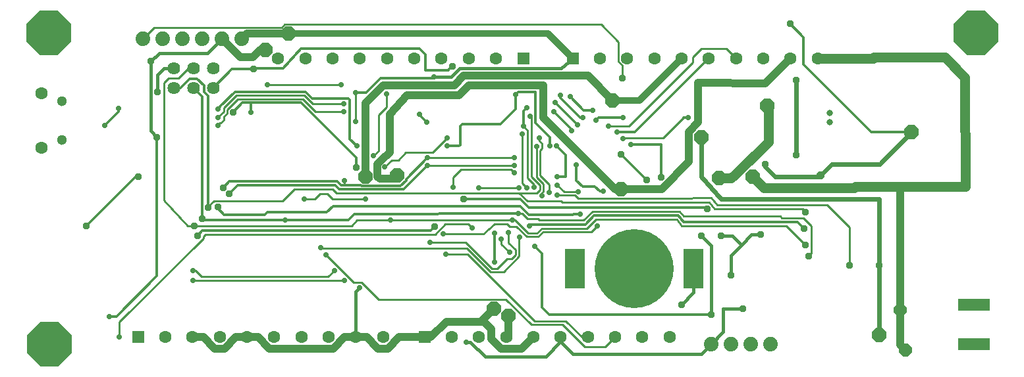
<source format=gbl>
G75*
%MOIN*%
%OFA0B0*%
%FSLAX25Y25*%
%IPPOS*%
%LPD*%
%AMOC8*
5,1,8,0,0,1.08239X$1,22.5*
%
%ADD10R,0.10000X0.20000*%
%ADD11C,0.40000*%
%ADD12C,0.06400*%
%ADD13C,0.07400*%
%ADD14R,0.06299X0.06299*%
%ADD15C,0.06299*%
%ADD16R,0.16000X0.06000*%
%ADD17C,0.05118*%
%ADD18C,0.03150*%
%ADD19OC8,0.03543*%
%ADD20OC8,0.02559*%
%ADD21C,0.01200*%
%ADD22C,0.01000*%
%ADD23C,0.05000*%
%ADD24OC8,0.07087*%
%ADD25C,0.01600*%
%ADD26C,0.02400*%
%ADD27C,0.04000*%
%ADD28C,0.03200*%
%ADD29OC8,0.06378*%
%ADD30OC8,0.03898*%
%ADD31OC8,0.22500*%
D10*
X0292869Y0058625D03*
X0352869Y0058625D03*
D11*
X0322869Y0058625D03*
D12*
X0109619Y0150500D03*
X0099619Y0150500D03*
X0089619Y0150500D03*
X0089619Y0160500D03*
X0099619Y0160500D03*
X0109619Y0160500D03*
D13*
X0114119Y0175500D03*
X0124119Y0175500D03*
X0104119Y0175500D03*
X0094119Y0175500D03*
X0084119Y0175500D03*
X0074119Y0175500D03*
X0361619Y0020500D03*
X0371619Y0020500D03*
X0381619Y0020500D03*
X0391619Y0020500D03*
D14*
X0216619Y0024000D03*
X0071619Y0024000D03*
X0266619Y0165500D03*
X0291619Y0165500D03*
D15*
X0305398Y0165500D03*
X0319178Y0165500D03*
X0332957Y0165500D03*
X0346737Y0165500D03*
X0360516Y0165500D03*
X0374296Y0165500D03*
X0388075Y0165500D03*
X0401855Y0165500D03*
X0415634Y0165500D03*
X0252839Y0165500D03*
X0239060Y0165500D03*
X0225280Y0165500D03*
X0211501Y0165500D03*
X0197721Y0165500D03*
X0183942Y0165500D03*
X0170162Y0165500D03*
X0156383Y0165500D03*
X0142603Y0165500D03*
X0022619Y0147780D03*
X0022619Y0120220D03*
X0085398Y0024000D03*
X0099178Y0024000D03*
X0112957Y0024000D03*
X0126737Y0024000D03*
X0140516Y0024000D03*
X0154296Y0024000D03*
X0168075Y0024000D03*
X0181855Y0024000D03*
X0195634Y0024000D03*
X0230398Y0024000D03*
X0244178Y0024000D03*
X0257957Y0024000D03*
X0271737Y0024000D03*
X0285516Y0024000D03*
X0299296Y0024000D03*
X0313075Y0024000D03*
X0326855Y0024000D03*
X0340634Y0024000D03*
D16*
X0494869Y0020500D03*
X0494869Y0040500D03*
D17*
X0033249Y0124157D03*
X0033249Y0143843D03*
D18*
X0421619Y0137862D03*
X0421619Y0133138D03*
D19*
X0404619Y0116500D03*
X0389119Y0111750D03*
X0336306Y0105187D03*
X0328994Y0103625D03*
X0315994Y0116750D03*
X0359619Y0088937D03*
X0356619Y0075500D03*
X0366619Y0075500D03*
X0386619Y0076084D03*
X0408869Y0079000D03*
X0409306Y0070813D03*
X0411174Y0065056D03*
X0431619Y0060500D03*
X0446619Y0060500D03*
X0457495Y0085500D03*
X0409463Y0087500D03*
X0371619Y0055500D03*
X0346619Y0040500D03*
X0361619Y0035500D03*
X0377869Y0038500D03*
X0315369Y0054875D03*
X0221619Y0080000D03*
X0236556Y0093937D03*
X0182119Y0110000D03*
X0117869Y0096625D03*
X0114756Y0099816D03*
X0111994Y0090250D03*
X0107244Y0089875D03*
X0104119Y0084250D03*
X0100119Y0080500D03*
X0101619Y0075500D03*
X0045404Y0080559D03*
X0071619Y0105500D03*
X0081244Y0125500D03*
X0119869Y0138250D03*
X0081369Y0148438D03*
X0078119Y0164000D03*
X0130119Y0160125D03*
X0230758Y0161530D03*
X0316619Y0155419D03*
X0404619Y0154369D03*
X0401619Y0183000D03*
D20*
X0290369Y0146125D03*
X0285369Y0146750D03*
X0282869Y0143000D03*
X0282089Y0138470D03*
X0296619Y0135500D03*
X0294119Y0131750D03*
X0290994Y0128625D03*
X0303494Y0134250D03*
X0301619Y0139250D03*
X0317244Y0135500D03*
X0309744Y0131125D03*
X0314119Y0128000D03*
X0317244Y0124816D03*
X0320994Y0121750D03*
X0293494Y0111437D03*
X0283872Y0105500D03*
X0283830Y0101226D03*
X0279688Y0097419D03*
X0275975Y0095789D03*
X0283761Y0095937D03*
X0294522Y0097687D03*
X0307244Y0098000D03*
X0295369Y0086437D03*
X0304122Y0080497D03*
X0272406Y0069999D03*
X0259619Y0067000D03*
X0255494Y0073750D03*
X0264752Y0074627D03*
X0259119Y0077000D03*
X0252247Y0076817D03*
X0240619Y0079524D03*
X0226119Y0076500D03*
X0219436Y0072222D03*
X0227436Y0066155D03*
X0252119Y0062000D03*
X0269619Y0080500D03*
X0260962Y0083313D03*
X0264228Y0086625D03*
X0264545Y0099851D03*
X0268489Y0099851D03*
X0272267Y0099970D03*
X0262119Y0107444D03*
X0262119Y0111222D03*
X0262119Y0115000D03*
X0273470Y0120914D03*
X0280147Y0121125D03*
X0283494Y0121125D03*
X0274619Y0125000D03*
X0266092Y0127000D03*
X0266619Y0131000D03*
X0270119Y0136000D03*
X0268345Y0140552D03*
X0262767Y0146961D03*
X0221536Y0156214D03*
X0197345Y0147274D03*
X0181619Y0148000D03*
X0174408Y0152000D03*
X0175908Y0142278D03*
X0175908Y0138500D03*
X0181619Y0133500D03*
X0182330Y0120937D03*
X0190908Y0115994D03*
X0196576Y0110293D03*
X0176202Y0103412D03*
X0186619Y0094000D03*
X0199442Y0083313D03*
X0164119Y0069500D03*
X0166927Y0065808D03*
X0171032Y0057758D03*
X0175954Y0052836D03*
X0183677Y0049058D03*
X0237619Y0021500D03*
X0099505Y0052614D03*
X0099505Y0057614D03*
X0057119Y0034500D03*
X0062119Y0024000D03*
X0146119Y0083457D03*
X0155619Y0094000D03*
X0218119Y0111000D03*
X0218119Y0115000D03*
X0228119Y0121000D03*
X0228119Y0125000D03*
X0217874Y0133245D03*
X0214223Y0137000D03*
X0137119Y0152000D03*
X0112230Y0139911D03*
X0112230Y0135411D03*
X0112119Y0131500D03*
X0128619Y0138000D03*
X0061619Y0140000D03*
X0054619Y0131500D03*
X0231119Y0100000D03*
X0244119Y0099851D03*
X0350195Y0135500D03*
D21*
X0347869Y0135500D01*
X0323016Y0128000D02*
X0360516Y0165500D01*
X0401619Y0183000D02*
X0408494Y0176125D01*
X0408494Y0162375D01*
X0442871Y0127997D01*
X0463181Y0127997D01*
X0359619Y0088937D02*
X0358758Y0089798D01*
X0269362Y0089798D01*
X0265220Y0093940D01*
X0264463Y0093940D01*
X0236556Y0093937D01*
X0218119Y0111000D02*
X0206094Y0098976D01*
X0183916Y0098976D01*
X0183892Y0099000D01*
X0173319Y0099000D01*
X0171319Y0101000D01*
X0122244Y0101000D01*
X0117869Y0096625D01*
X0114756Y0099816D02*
X0117756Y0103000D01*
X0172462Y0103000D01*
X0174462Y0101000D01*
X0176279Y0101000D01*
X0184424Y0101000D01*
X0184658Y0100766D01*
X0204580Y0100766D01*
X0207353Y0103539D01*
X0207353Y0104234D01*
X0218119Y0115000D01*
X0228119Y0121000D02*
X0234277Y0121000D01*
X0234619Y0121342D01*
X0234619Y0131000D01*
X0235619Y0132000D01*
X0255119Y0132000D01*
X0262767Y0139648D01*
X0262767Y0146961D01*
X0264118Y0148313D01*
X0272869Y0148313D01*
X0272869Y0132779D01*
X0280147Y0125500D01*
X0280147Y0121125D01*
X0283494Y0121125D02*
X0288181Y0116437D01*
X0288181Y0105500D01*
X0283872Y0105500D01*
X0293494Y0103312D02*
X0293494Y0111437D01*
X0293494Y0103312D02*
X0296619Y0100500D01*
X0302869Y0100500D01*
X0305369Y0098000D01*
X0307244Y0098000D01*
X0315994Y0116750D02*
X0328994Y0103625D01*
X0336306Y0105187D02*
X0336306Y0121750D01*
X0320994Y0121750D01*
X0323016Y0128000D02*
X0314119Y0128000D01*
X0317244Y0135500D02*
X0304744Y0135500D01*
X0303494Y0134250D01*
X0301619Y0139250D02*
X0297244Y0139250D01*
X0290369Y0146125D01*
X0285369Y0145500D02*
X0285369Y0146750D01*
X0285369Y0145500D02*
X0295369Y0135500D01*
X0296619Y0135500D01*
X0294119Y0131750D02*
X0282869Y0143000D01*
X0282089Y0138470D02*
X0290684Y0129875D01*
X0290994Y0128625D01*
X0266619Y0131000D02*
X0266619Y0138826D01*
X0268345Y0140552D01*
X0221572Y0156250D02*
X0220647Y0155325D01*
X0194522Y0155325D01*
X0187197Y0148000D01*
X0181619Y0148000D01*
X0177952Y0145167D02*
X0178797Y0144322D01*
X0178797Y0124470D01*
X0182330Y0120937D01*
X0182119Y0115000D02*
X0154184Y0142934D01*
X0128619Y0142934D01*
X0128619Y0138000D01*
X0124553Y0142934D02*
X0119869Y0138250D01*
X0124553Y0142934D02*
X0128619Y0142934D01*
X0120656Y0148534D02*
X0156504Y0148534D01*
X0159871Y0145167D01*
X0177952Y0145167D01*
X0154169Y0170500D02*
X0144973Y0160406D01*
X0129838Y0160406D01*
X0130119Y0160125D01*
X0119244Y0160125D01*
X0109619Y0150500D01*
X0105019Y0151605D02*
X0105019Y0148595D01*
X0107244Y0146370D01*
X0107244Y0089875D01*
X0104119Y0088497D02*
X0104119Y0084250D01*
X0104119Y0087012D01*
X0104119Y0088497D02*
X0104059Y0088556D01*
X0104059Y0146059D01*
X0099619Y0150500D01*
X0101524Y0155100D02*
X0105019Y0151605D01*
X0101524Y0155100D02*
X0097713Y0155100D01*
X0093113Y0150500D01*
X0089619Y0150500D01*
X0112230Y0139911D02*
X0113230Y0140800D01*
X0113230Y0141108D01*
X0120656Y0148534D01*
X0061619Y0140000D02*
X0061619Y0138500D01*
X0054619Y0131500D01*
X0081244Y0125500D02*
X0081244Y0055125D01*
X0060619Y0034500D01*
X0057119Y0034500D01*
X0101619Y0075500D02*
X0104119Y0078000D01*
X0219619Y0078000D01*
X0221619Y0080000D01*
X0252247Y0076817D02*
X0252247Y0062128D01*
X0252119Y0062000D01*
X0272406Y0069999D02*
X0276119Y0066286D01*
X0276119Y0039000D01*
X0279619Y0035500D01*
X0361619Y0035500D01*
X0322869Y0054875D02*
X0315369Y0054875D01*
X0322869Y0054875D02*
X0322869Y0058625D01*
X0297994Y0081250D02*
X0270369Y0081250D01*
X0269619Y0080500D01*
X0270244Y0081125D01*
X0269520Y0086125D02*
X0265145Y0090500D01*
X0170306Y0090500D01*
X0167156Y0087350D01*
X0137049Y0087350D01*
X0135824Y0086125D01*
X0115194Y0086125D01*
X0111994Y0089325D01*
X0111994Y0090250D01*
X0104119Y0084250D02*
X0104119Y0084125D01*
X0104694Y0083500D01*
X0146119Y0083457D01*
X0178042Y0083423D01*
X0181214Y0086595D01*
X0182629Y0086595D01*
X0264228Y0086625D01*
X0269520Y0086125D02*
X0291619Y0086125D01*
X0292244Y0086437D01*
X0295369Y0086437D01*
X0291669Y0086125D02*
X0291619Y0086125D01*
X0297994Y0081250D02*
X0302369Y0085625D01*
X0345244Y0085625D01*
X0347869Y0082500D01*
X0385324Y0082500D01*
X0386107Y0082535D01*
X0386145Y0082500D01*
X0405369Y0082500D01*
X0408869Y0079000D01*
X0230412Y0161184D02*
X0229050Y0159934D01*
X0228680Y0159564D01*
X0217098Y0159564D01*
X0217098Y0167548D01*
X0214146Y0170500D01*
X0154169Y0170500D01*
X0114144Y0175500D02*
X0114119Y0175500D01*
X0230412Y0161184D02*
X0230758Y0161530D01*
X0182119Y0115000D02*
X0182119Y0110000D01*
X0071619Y0105500D02*
X0070345Y0105500D01*
X0045404Y0080559D01*
D22*
X0084619Y0093500D02*
X0084619Y0153000D01*
X0087119Y0155500D01*
X0092119Y0155500D01*
X0097119Y0160500D01*
X0099619Y0160500D01*
X0079832Y0181214D02*
X0074119Y0175500D01*
X0079832Y0181214D02*
X0144529Y0181214D01*
X0145949Y0182634D01*
X0306101Y0182634D01*
X0314938Y0173797D01*
X0314938Y0163744D01*
X0316619Y0162063D01*
X0316619Y0155419D01*
X0319978Y0131125D02*
X0352305Y0163452D01*
X0352305Y0166186D01*
X0356619Y0170500D01*
X0369296Y0170500D01*
X0374296Y0165500D01*
X0347869Y0135500D02*
X0337497Y0125128D01*
X0317244Y0125128D01*
X0317244Y0124816D01*
X0319978Y0131125D02*
X0309744Y0131125D01*
X0276259Y0122069D02*
X0276259Y0119759D01*
X0275270Y0118770D01*
X0275270Y0106002D01*
X0279688Y0101585D01*
X0279688Y0097419D01*
X0276856Y0098069D02*
X0275975Y0097188D01*
X0275975Y0095789D01*
X0276856Y0098069D02*
X0276856Y0101871D01*
X0273470Y0105257D01*
X0273470Y0120914D01*
X0276259Y0122069D02*
X0274619Y0123710D01*
X0274619Y0125000D01*
X0266092Y0127000D02*
X0266092Y0102249D01*
X0268489Y0099851D01*
X0272267Y0099970D02*
X0272267Y0101368D01*
X0268881Y0104754D01*
X0268881Y0128737D01*
X0266619Y0131000D01*
X0270681Y0135438D02*
X0270119Y0136000D01*
X0270681Y0135438D02*
X0270681Y0105500D01*
X0275056Y0101125D01*
X0275056Y0098815D01*
X0273304Y0097062D01*
X0264556Y0097062D01*
X0172012Y0097062D01*
X0170012Y0099062D01*
X0150681Y0099062D01*
X0144869Y0093250D01*
X0110219Y0093250D01*
X0107244Y0090275D01*
X0107244Y0089875D01*
X0096619Y0080500D02*
X0084619Y0093500D01*
X0096619Y0080500D02*
X0100119Y0080500D01*
X0179706Y0080500D01*
X0182519Y0083313D01*
X0199442Y0083313D01*
X0260962Y0083313D01*
X0262556Y0083313D01*
X0269119Y0076750D01*
X0273494Y0076750D01*
X0275994Y0079250D01*
X0298931Y0079250D01*
X0303306Y0083625D01*
X0344306Y0083625D01*
X0346744Y0080500D01*
X0399619Y0080500D01*
X0409306Y0070813D01*
X0412453Y0066334D02*
X0412453Y0080278D01*
X0408331Y0084400D01*
X0397594Y0084400D01*
X0396619Y0085375D01*
X0347869Y0085375D01*
X0345869Y0087875D01*
X0301619Y0087875D01*
X0297056Y0083313D01*
X0274744Y0083313D01*
X0274119Y0083938D01*
X0268806Y0083938D01*
X0266119Y0086625D01*
X0264228Y0086625D01*
X0263095Y0080228D02*
X0268373Y0074950D01*
X0274239Y0074950D01*
X0276739Y0077450D01*
X0301075Y0077450D01*
X0304122Y0080497D01*
X0286360Y0092375D02*
X0285735Y0093000D01*
X0268619Y0093000D01*
X0264556Y0097062D01*
X0264545Y0099851D02*
X0244119Y0099851D01*
X0235119Y0109000D02*
X0231119Y0105000D01*
X0231119Y0100000D01*
X0235119Y0109000D02*
X0260397Y0109000D01*
X0260963Y0108433D01*
X0261130Y0108433D01*
X0262119Y0107444D01*
X0262119Y0111222D02*
X0218341Y0111222D01*
X0218119Y0111000D01*
X0218119Y0115000D02*
X0262119Y0115000D01*
X0228119Y0125000D02*
X0220908Y0117789D01*
X0206963Y0117789D01*
X0203467Y0113793D01*
X0200076Y0113793D01*
X0196576Y0110293D01*
X0190908Y0115994D02*
X0193319Y0118406D01*
X0193319Y0136867D01*
X0197345Y0140893D01*
X0197345Y0147274D01*
X0181619Y0148000D02*
X0181619Y0133500D01*
X0175908Y0138500D02*
X0161306Y0138500D01*
X0154971Y0144834D01*
X0122189Y0144834D01*
X0116930Y0139575D01*
X0116930Y0137765D01*
X0115019Y0135854D01*
X0115019Y0134256D01*
X0113385Y0132622D01*
X0113241Y0132622D01*
X0112119Y0131500D01*
X0112230Y0135411D02*
X0112230Y0135611D01*
X0115119Y0138500D01*
X0115119Y0140002D01*
X0115130Y0140013D01*
X0115130Y0140321D01*
X0121443Y0146634D01*
X0155717Y0146634D01*
X0160073Y0142278D01*
X0175908Y0142278D01*
X0174408Y0152000D02*
X0137119Y0152000D01*
X0214223Y0137000D02*
X0214223Y0136896D01*
X0217874Y0133245D01*
X0176279Y0103336D02*
X0176279Y0101000D01*
X0176279Y0103336D02*
X0176202Y0103412D01*
X0167343Y0096681D02*
X0170024Y0094000D01*
X0186619Y0094000D01*
X0167343Y0096681D02*
X0163641Y0096681D01*
X0160960Y0094000D01*
X0155619Y0094000D01*
X0105719Y0076100D02*
X0222219Y0076100D01*
X0227119Y0081500D01*
X0238642Y0081500D01*
X0240619Y0079524D01*
X0246606Y0076500D02*
X0226119Y0076500D01*
X0219436Y0072222D02*
X0237535Y0072222D01*
X0250841Y0058916D01*
X0253396Y0058916D01*
X0258396Y0063916D01*
X0260896Y0063916D01*
X0262703Y0065722D01*
X0262703Y0068278D01*
X0259119Y0071862D01*
X0259119Y0077000D01*
X0264503Y0074378D02*
X0264752Y0074627D01*
X0264503Y0074378D02*
X0264503Y0064977D01*
X0256642Y0057116D01*
X0250096Y0057116D01*
X0238267Y0068944D01*
X0164675Y0068944D01*
X0164119Y0069500D01*
X0166927Y0065808D02*
X0180888Y0051847D01*
X0184832Y0051847D01*
X0186466Y0050213D01*
X0186466Y0050153D01*
X0193366Y0043253D01*
X0257880Y0043253D01*
X0270790Y0030343D01*
X0286523Y0030343D01*
X0297866Y0019000D01*
X0308119Y0019000D01*
X0313075Y0023957D01*
X0313075Y0024000D01*
X0299296Y0024000D02*
X0296411Y0024000D01*
X0288268Y0032143D01*
X0272522Y0032143D01*
X0238511Y0066155D01*
X0227436Y0066155D01*
X0255494Y0071125D02*
X0259619Y0067000D01*
X0255494Y0071125D02*
X0255494Y0073750D01*
X0252119Y0081513D02*
X0246606Y0076500D01*
X0252119Y0081513D02*
X0258400Y0081513D01*
X0259684Y0080228D01*
X0263095Y0080228D01*
X0286360Y0092375D02*
X0360669Y0092375D01*
X0363481Y0088937D01*
X0408026Y0088937D01*
X0409463Y0087500D01*
X0420336Y0091125D02*
X0431619Y0079842D01*
X0431619Y0060500D01*
X0412453Y0066334D02*
X0411174Y0065056D01*
X0420336Y0091125D02*
X0364744Y0091125D01*
X0361882Y0094611D01*
X0354169Y0094611D01*
X0350395Y0094526D01*
X0350173Y0094304D01*
X0294554Y0094304D01*
X0292920Y0095937D01*
X0283761Y0095937D01*
X0285432Y0095937D01*
X0287369Y0097687D02*
X0283830Y0101226D01*
X0287369Y0097687D02*
X0294522Y0097687D01*
X0171032Y0057758D02*
X0167888Y0054614D01*
X0103619Y0054614D01*
X0100619Y0057614D01*
X0099505Y0057614D01*
X0099705Y0052814D02*
X0168633Y0052814D01*
X0168655Y0052836D01*
X0175954Y0052836D01*
X0105719Y0076100D02*
X0104703Y0075084D01*
X0104703Y0074222D01*
X0062119Y0031638D01*
X0062119Y0024000D01*
X0099505Y0052614D02*
X0099705Y0052814D01*
D23*
X0365869Y0104750D02*
X0371869Y0104750D01*
X0373619Y0106500D01*
X0390619Y0123000D01*
X0390619Y0141000D01*
X0390119Y0141500D01*
X0415634Y0165500D02*
X0443769Y0165500D01*
X0444269Y0166000D01*
X0480030Y0166000D01*
X0490244Y0155912D01*
X0490369Y0100500D01*
X0434821Y0100500D01*
X0434021Y0099700D01*
X0388419Y0099700D01*
X0382619Y0105500D01*
D24*
X0382619Y0105500D03*
X0365869Y0104750D03*
X0315994Y0098937D03*
X0356619Y0125500D03*
X0390119Y0141500D03*
X0463181Y0127997D03*
X0311619Y0144250D03*
X0202619Y0106000D03*
X0186619Y0105500D03*
X0135994Y0169875D03*
X0147869Y0178000D03*
X0251869Y0038500D03*
X0259119Y0034750D03*
X0446619Y0025187D03*
D25*
X0377869Y0038500D02*
X0367869Y0038500D01*
X0367869Y0026750D01*
X0361619Y0020500D01*
X0356619Y0015500D01*
X0291619Y0015500D01*
X0285516Y0021602D01*
X0277971Y0014057D01*
X0247347Y0014057D01*
X0239904Y0021500D01*
X0237619Y0021500D01*
X0285516Y0021602D02*
X0285516Y0024000D01*
X0346619Y0040500D02*
X0352869Y0046750D01*
X0352869Y0058625D01*
X0371619Y0055500D02*
X0371619Y0065500D01*
X0376997Y0070879D01*
X0372376Y0075500D01*
X0366619Y0075500D01*
X0361619Y0070500D02*
X0356619Y0075500D01*
X0361619Y0070500D02*
X0361619Y0035500D01*
X0376997Y0070879D02*
X0382203Y0076084D01*
X0386619Y0076084D01*
X0183677Y0049058D02*
X0181855Y0047236D01*
X0181855Y0024000D01*
X0081244Y0125500D02*
X0078119Y0128625D01*
X0078119Y0164000D01*
X0082331Y0168213D01*
X0106856Y0168213D01*
X0114144Y0175500D01*
X0089619Y0160500D02*
X0084619Y0160500D01*
X0081369Y0157250D01*
X0081369Y0148438D01*
X0221536Y0156214D02*
X0221572Y0156250D01*
X0230252Y0156250D01*
X0234356Y0160333D01*
X0285827Y0160333D01*
X0291619Y0165500D01*
D26*
X0356619Y0125500D02*
X0356619Y0105500D01*
X0366619Y0094250D01*
X0446619Y0094250D01*
X0446619Y0060500D01*
X0446619Y0025187D01*
X0457495Y0099624D02*
X0456619Y0100500D01*
X0447059Y0111750D02*
X0422916Y0111750D01*
X0417119Y0105953D01*
X0417244Y0105500D02*
X0394119Y0105500D01*
X0389119Y0110500D01*
X0389119Y0111750D01*
X0404619Y0116500D02*
X0404619Y0154369D01*
X0447059Y0111750D02*
X0463181Y0127997D01*
D27*
X0401855Y0165500D02*
X0389045Y0152690D01*
X0355279Y0153003D01*
X0355279Y0133003D01*
X0350366Y0128090D01*
X0350366Y0113090D01*
X0336838Y0098937D01*
X0315994Y0098937D01*
X0313181Y0098937D01*
X0276619Y0135500D01*
X0276619Y0151750D01*
X0239035Y0151750D01*
X0234035Y0146750D01*
X0207869Y0146750D01*
X0199119Y0137000D01*
X0199037Y0133082D01*
X0199037Y0117918D01*
X0195282Y0114163D01*
X0194973Y0114163D01*
X0192706Y0111896D01*
X0192706Y0108690D01*
X0192871Y0108524D01*
X0192871Y0105500D01*
X0193971Y0104400D01*
X0202619Y0104400D01*
X0202619Y0106000D01*
X0186619Y0105500D02*
X0186619Y0142613D01*
X0195931Y0151925D01*
X0231681Y0151925D01*
X0236369Y0156613D01*
X0299396Y0156613D01*
X0311696Y0144250D01*
X0311619Y0144250D01*
X0457495Y0099624D02*
X0457495Y0085500D01*
X0457495Y0037626D01*
X0457495Y0019937D01*
X0460056Y0017375D01*
X0271737Y0024000D02*
X0265894Y0018157D01*
X0255330Y0018157D01*
X0250521Y0022965D01*
X0250521Y0028127D01*
X0246805Y0031843D01*
X0245933Y0031843D01*
X0245573Y0032204D01*
X0245212Y0031843D01*
X0227771Y0031843D01*
X0219927Y0024000D01*
X0216619Y0024000D01*
X0203752Y0024000D01*
X0198012Y0018260D01*
X0193257Y0018260D01*
X0187517Y0024000D01*
X0181855Y0024000D01*
X0176193Y0024000D01*
X0170453Y0018260D01*
X0138139Y0018260D01*
X0132399Y0024000D01*
X0126737Y0024000D01*
X0121075Y0024000D01*
X0115335Y0018260D01*
X0110580Y0018260D01*
X0104840Y0024000D01*
X0099178Y0024000D01*
X0245573Y0032204D02*
X0251869Y0038500D01*
X0259119Y0034750D02*
X0259119Y0025339D01*
X0257957Y0024000D01*
X0129744Y0166125D02*
X0123494Y0166125D01*
X0114119Y0175500D01*
X0124119Y0175500D02*
X0126619Y0178000D01*
X0147869Y0178000D01*
X0135994Y0169875D02*
X0133494Y0169875D01*
X0129744Y0166125D01*
D28*
X0147869Y0178000D02*
X0278994Y0178000D01*
X0291619Y0165500D01*
X0311696Y0144250D02*
X0325487Y0144250D01*
X0346737Y0165500D01*
D29*
X0457495Y0037626D03*
X0460056Y0017375D03*
D30*
X0417119Y0105953D03*
D31*
X0026619Y0020500D03*
X0026306Y0178312D03*
X0495681Y0178312D03*
M02*

</source>
